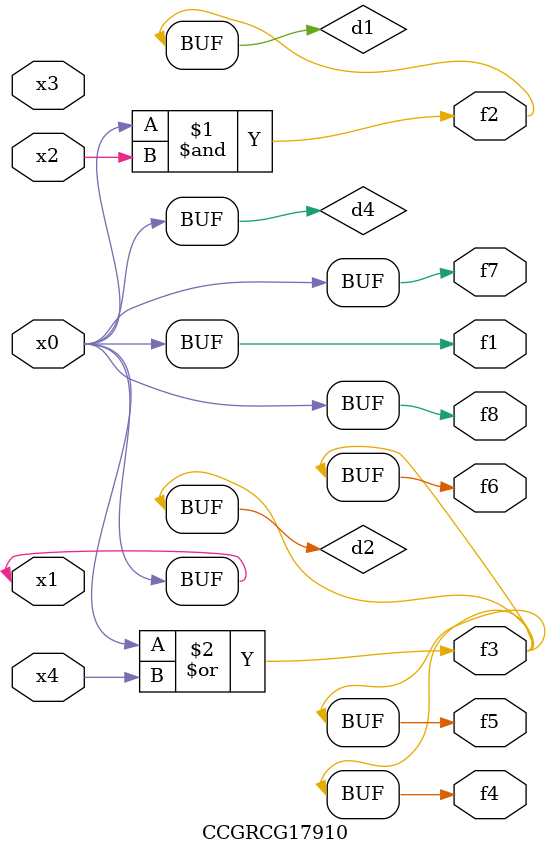
<source format=v>
module CCGRCG17910(
	input x0, x1, x2, x3, x4,
	output f1, f2, f3, f4, f5, f6, f7, f8
);

	wire d1, d2, d3, d4;

	and (d1, x0, x2);
	or (d2, x0, x4);
	nand (d3, x0, x2);
	buf (d4, x0, x1);
	assign f1 = d4;
	assign f2 = d1;
	assign f3 = d2;
	assign f4 = d2;
	assign f5 = d2;
	assign f6 = d2;
	assign f7 = d4;
	assign f8 = d4;
endmodule

</source>
